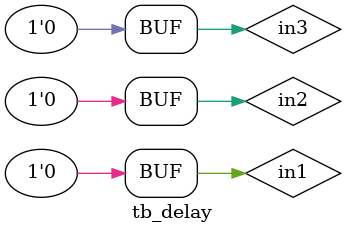
<source format=v>
`timescale 1ns / 1ps


module delay( output out,input in1,in2,in3);

wire w1;

and #(5,4) a1 (w1,in1,in2);
or #(5,4) a2 (out,w1,in3); 

endmodule

module tb_delay;

reg in1,in2,in3;
wire out;

delay dut (out,in1,in2,in3);

initial begin
  $monitor($time,"   in1=%b in2=%b in3=%b out=%b",in1,in2,in3,out);
  in1=0; in2=0;in3=0;
  #100;
  in1=1; in2=1; in3=1;
  #100;
  in1=0; in2=0; in3=1;
  #100;
  in1=1; in2=0; in3=0;
  #100;
  in1=0;in2=0;in3=0;
  #100;
  
  
  

end

endmodule

</source>
